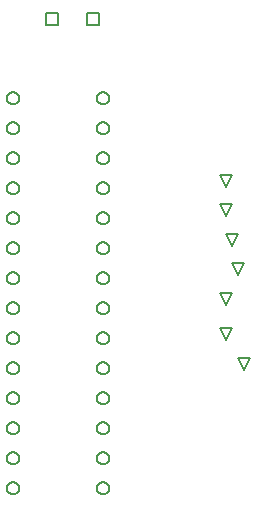
<source format=gbr>
%FSTAX23Y23*%
%MOIN*%
%SFA1B1*%

%IPPOS*%
%ADD38C,0.005000*%
%ADD39C,0.006667*%
%LNpcb2_drawing_1-1*%
%LPD*%
G54D38*
X03926Y03354D02*
Y03394D01*
X03966*
Y03354*
X03926*
X03789D02*
Y03394D01*
X03829*
Y03354*
X03789*
X04389Y02814D02*
X04369Y02854D01*
X04409*
X04389Y02814*
Y02716D02*
X04369Y02756D01*
X04409*
X04389Y02716*
X04409Y02617D02*
X04389Y02657D01*
X04429*
X04409Y02617*
X04429Y02519D02*
X04409Y02559D01*
X04449*
X04429Y02519*
X04389Y0242D02*
X04369Y0246D01*
X04409*
X04389Y0242*
Y02302D02*
X04369Y02342D01*
X04409*
X04389Y02302*
X04448Y02204D02*
X04428Y02244D01*
X04468*
X04448Y02204*
G54D39*
X04Y0181D02*
D01*
X03999Y01811*
X03999Y01812*
X03999Y01814*
X03999Y01815*
X03998Y01816*
X03998Y01818*
X03997Y01819*
X03996Y0182*
X03996Y01821*
X03995Y01822*
X03994Y01823*
X03993Y01824*
X03992Y01825*
X03991Y01826*
X0399Y01827*
X03988Y01827*
X03987Y01828*
X03986Y01829*
X03984Y01829*
X03983Y01829*
X03982Y01829*
X0398Y01829*
X03979*
X03977Y01829*
X03976Y01829*
X03975Y01829*
X03973Y01829*
X03972Y01828*
X03971Y01827*
X0397Y01827*
X03968Y01826*
X03967Y01825*
X03966Y01824*
X03965Y01823*
X03964Y01822*
X03963Y01821*
X03963Y0182*
X03962Y01819*
X03961Y01818*
X03961Y01816*
X0396Y01815*
X0396Y01814*
X0396Y01812*
X0396Y01811*
X0396Y0181*
X0396Y01808*
X0396Y01807*
X0396Y01805*
X0396Y01804*
X03961Y01803*
X03961Y01801*
X03962Y018*
X03963Y01799*
X03963Y01798*
X03964Y01797*
X03965Y01796*
X03966Y01795*
X03967Y01794*
X03968Y01793*
X0397Y01792*
X03971Y01792*
X03972Y01791*
X03973Y0179*
X03975Y0179*
X03976Y0179*
X03977Y0179*
X03979Y0179*
X0398*
X03982Y0179*
X03983Y0179*
X03984Y0179*
X03986Y0179*
X03987Y01791*
X03988Y01792*
X0399Y01792*
X03991Y01793*
X03992Y01794*
X03993Y01795*
X03994Y01796*
X03995Y01797*
X03996Y01798*
X03996Y01799*
X03997Y018*
X03998Y01801*
X03998Y01803*
X03999Y01804*
X03999Y01805*
X03999Y01807*
X03999Y01808*
X04Y0181*
Y0191D02*
D01*
X03999Y01911*
X03999Y01912*
X03999Y01914*
X03999Y01915*
X03998Y01916*
X03998Y01918*
X03997Y01919*
X03996Y0192*
X03996Y01921*
X03995Y01922*
X03994Y01923*
X03993Y01924*
X03992Y01925*
X03991Y01926*
X0399Y01927*
X03988Y01927*
X03987Y01928*
X03986Y01929*
X03984Y01929*
X03983Y01929*
X03982Y01929*
X0398Y01929*
X03979*
X03977Y01929*
X03976Y01929*
X03975Y01929*
X03973Y01929*
X03972Y01928*
X03971Y01927*
X0397Y01927*
X03968Y01926*
X03967Y01925*
X03966Y01924*
X03965Y01923*
X03964Y01922*
X03963Y01921*
X03963Y0192*
X03962Y01919*
X03961Y01918*
X03961Y01916*
X0396Y01915*
X0396Y01914*
X0396Y01912*
X0396Y01911*
X0396Y0191*
X0396Y01908*
X0396Y01907*
X0396Y01905*
X0396Y01904*
X03961Y01903*
X03961Y01901*
X03962Y019*
X03963Y01899*
X03963Y01898*
X03964Y01897*
X03965Y01896*
X03966Y01895*
X03967Y01894*
X03968Y01893*
X0397Y01892*
X03971Y01892*
X03972Y01891*
X03973Y0189*
X03975Y0189*
X03976Y0189*
X03977Y0189*
X03979Y0189*
X0398*
X03982Y0189*
X03983Y0189*
X03984Y0189*
X03986Y0189*
X03987Y01891*
X03988Y01892*
X0399Y01892*
X03991Y01893*
X03992Y01894*
X03993Y01895*
X03994Y01896*
X03995Y01897*
X03996Y01898*
X03996Y01899*
X03997Y019*
X03998Y01901*
X03998Y01903*
X03999Y01904*
X03999Y01905*
X03999Y01907*
X03999Y01908*
X04Y0191*
Y0201D02*
D01*
X03999Y02011*
X03999Y02012*
X03999Y02014*
X03999Y02015*
X03998Y02016*
X03998Y02018*
X03997Y02019*
X03996Y0202*
X03996Y02021*
X03995Y02022*
X03994Y02023*
X03993Y02024*
X03992Y02025*
X03991Y02026*
X0399Y02027*
X03988Y02027*
X03987Y02028*
X03986Y02029*
X03984Y02029*
X03983Y02029*
X03982Y02029*
X0398Y02029*
X03979*
X03977Y02029*
X03976Y02029*
X03975Y02029*
X03973Y02029*
X03972Y02028*
X03971Y02027*
X0397Y02027*
X03968Y02026*
X03967Y02025*
X03966Y02024*
X03965Y02023*
X03964Y02022*
X03963Y02021*
X03963Y0202*
X03962Y02019*
X03961Y02018*
X03961Y02016*
X0396Y02015*
X0396Y02014*
X0396Y02012*
X0396Y02011*
X0396Y0201*
X0396Y02008*
X0396Y02007*
X0396Y02005*
X0396Y02004*
X03961Y02003*
X03961Y02001*
X03962Y02*
X03963Y01999*
X03963Y01998*
X03964Y01997*
X03965Y01996*
X03966Y01995*
X03967Y01994*
X03968Y01993*
X0397Y01992*
X03971Y01992*
X03972Y01991*
X03973Y0199*
X03975Y0199*
X03976Y0199*
X03977Y0199*
X03979Y0199*
X0398*
X03982Y0199*
X03983Y0199*
X03984Y0199*
X03986Y0199*
X03987Y01991*
X03988Y01992*
X0399Y01992*
X03991Y01993*
X03992Y01994*
X03993Y01995*
X03994Y01996*
X03995Y01997*
X03996Y01998*
X03996Y01999*
X03997Y02*
X03998Y02001*
X03998Y02003*
X03999Y02004*
X03999Y02005*
X03999Y02007*
X03999Y02008*
X04Y0201*
Y0211D02*
D01*
X03999Y02111*
X03999Y02112*
X03999Y02114*
X03999Y02115*
X03998Y02116*
X03998Y02118*
X03997Y02119*
X03996Y0212*
X03996Y02121*
X03995Y02122*
X03994Y02123*
X03993Y02124*
X03992Y02125*
X03991Y02126*
X0399Y02127*
X03988Y02127*
X03987Y02128*
X03986Y02129*
X03984Y02129*
X03983Y02129*
X03982Y02129*
X0398Y02129*
X03979*
X03977Y02129*
X03976Y02129*
X03975Y02129*
X03973Y02129*
X03972Y02128*
X03971Y02127*
X0397Y02127*
X03968Y02126*
X03967Y02125*
X03966Y02124*
X03965Y02123*
X03964Y02122*
X03963Y02121*
X03963Y0212*
X03962Y02119*
X03961Y02118*
X03961Y02116*
X0396Y02115*
X0396Y02114*
X0396Y02112*
X0396Y02111*
X0396Y0211*
X0396Y02108*
X0396Y02107*
X0396Y02105*
X0396Y02104*
X03961Y02103*
X03961Y02101*
X03962Y021*
X03963Y02099*
X03963Y02098*
X03964Y02097*
X03965Y02096*
X03966Y02095*
X03967Y02094*
X03968Y02093*
X0397Y02092*
X03971Y02092*
X03972Y02091*
X03973Y0209*
X03975Y0209*
X03976Y0209*
X03977Y0209*
X03979Y0209*
X0398*
X03982Y0209*
X03983Y0209*
X03984Y0209*
X03986Y0209*
X03987Y02091*
X03988Y02092*
X0399Y02092*
X03991Y02093*
X03992Y02094*
X03993Y02095*
X03994Y02096*
X03995Y02097*
X03996Y02098*
X03996Y02099*
X03997Y021*
X03998Y02101*
X03998Y02103*
X03999Y02104*
X03999Y02105*
X03999Y02107*
X03999Y02108*
X04Y0211*
Y0221D02*
D01*
X03999Y02211*
X03999Y02212*
X03999Y02214*
X03999Y02215*
X03998Y02216*
X03998Y02218*
X03997Y02219*
X03996Y0222*
X03996Y02221*
X03995Y02222*
X03994Y02223*
X03993Y02224*
X03992Y02225*
X03991Y02226*
X0399Y02227*
X03988Y02227*
X03987Y02228*
X03986Y02229*
X03984Y02229*
X03983Y02229*
X03982Y02229*
X0398Y02229*
X03979*
X03977Y02229*
X03976Y02229*
X03975Y02229*
X03973Y02229*
X03972Y02228*
X03971Y02227*
X0397Y02227*
X03968Y02226*
X03967Y02225*
X03966Y02224*
X03965Y02223*
X03964Y02222*
X03963Y02221*
X03963Y0222*
X03962Y02219*
X03961Y02218*
X03961Y02216*
X0396Y02215*
X0396Y02214*
X0396Y02212*
X0396Y02211*
X0396Y0221*
X0396Y02208*
X0396Y02207*
X0396Y02205*
X0396Y02204*
X03961Y02203*
X03961Y02201*
X03962Y022*
X03963Y02199*
X03963Y02198*
X03964Y02197*
X03965Y02196*
X03966Y02195*
X03967Y02194*
X03968Y02193*
X0397Y02192*
X03971Y02192*
X03972Y02191*
X03973Y0219*
X03975Y0219*
X03976Y0219*
X03977Y0219*
X03979Y0219*
X0398*
X03982Y0219*
X03983Y0219*
X03984Y0219*
X03986Y0219*
X03987Y02191*
X03988Y02192*
X0399Y02192*
X03991Y02193*
X03992Y02194*
X03993Y02195*
X03994Y02196*
X03995Y02197*
X03996Y02198*
X03996Y02199*
X03997Y022*
X03998Y02201*
X03998Y02203*
X03999Y02204*
X03999Y02205*
X03999Y02207*
X03999Y02208*
X04Y0221*
Y0231D02*
D01*
X03999Y02311*
X03999Y02312*
X03999Y02314*
X03999Y02315*
X03998Y02316*
X03998Y02318*
X03997Y02319*
X03996Y0232*
X03996Y02321*
X03995Y02322*
X03994Y02323*
X03993Y02324*
X03992Y02325*
X03991Y02326*
X0399Y02327*
X03988Y02327*
X03987Y02328*
X03986Y02329*
X03984Y02329*
X03983Y02329*
X03982Y02329*
X0398Y02329*
X03979*
X03977Y02329*
X03976Y02329*
X03975Y02329*
X03973Y02329*
X03972Y02328*
X03971Y02327*
X0397Y02327*
X03968Y02326*
X03967Y02325*
X03966Y02324*
X03965Y02323*
X03964Y02322*
X03963Y02321*
X03963Y0232*
X03962Y02319*
X03961Y02318*
X03961Y02316*
X0396Y02315*
X0396Y02314*
X0396Y02312*
X0396Y02311*
X0396Y0231*
X0396Y02308*
X0396Y02307*
X0396Y02305*
X0396Y02304*
X03961Y02303*
X03961Y02301*
X03962Y023*
X03963Y02299*
X03963Y02298*
X03964Y02297*
X03965Y02296*
X03966Y02295*
X03967Y02294*
X03968Y02293*
X0397Y02292*
X03971Y02292*
X03972Y02291*
X03973Y0229*
X03975Y0229*
X03976Y0229*
X03977Y0229*
X03979Y0229*
X0398*
X03982Y0229*
X03983Y0229*
X03984Y0229*
X03986Y0229*
X03987Y02291*
X03988Y02292*
X0399Y02292*
X03991Y02293*
X03992Y02294*
X03993Y02295*
X03994Y02296*
X03995Y02297*
X03996Y02298*
X03996Y02299*
X03997Y023*
X03998Y02301*
X03998Y02303*
X03999Y02304*
X03999Y02305*
X03999Y02307*
X03999Y02308*
X04Y0231*
Y0241D02*
D01*
X03999Y02411*
X03999Y02412*
X03999Y02414*
X03999Y02415*
X03998Y02416*
X03998Y02418*
X03997Y02419*
X03996Y0242*
X03996Y02421*
X03995Y02422*
X03994Y02423*
X03993Y02424*
X03992Y02425*
X03991Y02426*
X0399Y02427*
X03988Y02427*
X03987Y02428*
X03986Y02429*
X03984Y02429*
X03983Y02429*
X03982Y02429*
X0398Y02429*
X03979*
X03977Y02429*
X03976Y02429*
X03975Y02429*
X03973Y02429*
X03972Y02428*
X03971Y02427*
X0397Y02427*
X03968Y02426*
X03967Y02425*
X03966Y02424*
X03965Y02423*
X03964Y02422*
X03963Y02421*
X03963Y0242*
X03962Y02419*
X03961Y02418*
X03961Y02416*
X0396Y02415*
X0396Y02414*
X0396Y02412*
X0396Y02411*
X0396Y0241*
X0396Y02408*
X0396Y02407*
X0396Y02405*
X0396Y02404*
X03961Y02403*
X03961Y02401*
X03962Y024*
X03963Y02399*
X03963Y02398*
X03964Y02397*
X03965Y02396*
X03966Y02395*
X03967Y02394*
X03968Y02393*
X0397Y02392*
X03971Y02392*
X03972Y02391*
X03973Y0239*
X03975Y0239*
X03976Y0239*
X03977Y0239*
X03979Y0239*
X0398*
X03982Y0239*
X03983Y0239*
X03984Y0239*
X03986Y0239*
X03987Y02391*
X03988Y02392*
X0399Y02392*
X03991Y02393*
X03992Y02394*
X03993Y02395*
X03994Y02396*
X03995Y02397*
X03996Y02398*
X03996Y02399*
X03997Y024*
X03998Y02401*
X03998Y02403*
X03999Y02404*
X03999Y02405*
X03999Y02407*
X03999Y02408*
X04Y0241*
Y0251D02*
D01*
X03999Y02511*
X03999Y02512*
X03999Y02514*
X03999Y02515*
X03998Y02516*
X03998Y02518*
X03997Y02519*
X03996Y0252*
X03996Y02521*
X03995Y02522*
X03994Y02523*
X03993Y02524*
X03992Y02525*
X03991Y02526*
X0399Y02527*
X03988Y02527*
X03987Y02528*
X03986Y02529*
X03984Y02529*
X03983Y02529*
X03982Y02529*
X0398Y02529*
X03979*
X03977Y02529*
X03976Y02529*
X03975Y02529*
X03973Y02529*
X03972Y02528*
X03971Y02527*
X0397Y02527*
X03968Y02526*
X03967Y02525*
X03966Y02524*
X03965Y02523*
X03964Y02522*
X03963Y02521*
X03963Y0252*
X03962Y02519*
X03961Y02518*
X03961Y02516*
X0396Y02515*
X0396Y02514*
X0396Y02512*
X0396Y02511*
X0396Y0251*
X0396Y02508*
X0396Y02507*
X0396Y02505*
X0396Y02504*
X03961Y02503*
X03961Y02501*
X03962Y025*
X03963Y02499*
X03963Y02498*
X03964Y02497*
X03965Y02496*
X03966Y02495*
X03967Y02494*
X03968Y02493*
X0397Y02492*
X03971Y02492*
X03972Y02491*
X03973Y0249*
X03975Y0249*
X03976Y0249*
X03977Y0249*
X03979Y0249*
X0398*
X03982Y0249*
X03983Y0249*
X03984Y0249*
X03986Y0249*
X03987Y02491*
X03988Y02492*
X0399Y02492*
X03991Y02493*
X03992Y02494*
X03993Y02495*
X03994Y02496*
X03995Y02497*
X03996Y02498*
X03996Y02499*
X03997Y025*
X03998Y02501*
X03998Y02503*
X03999Y02504*
X03999Y02505*
X03999Y02507*
X03999Y02508*
X04Y0251*
Y0261D02*
D01*
X03999Y02611*
X03999Y02612*
X03999Y02614*
X03999Y02615*
X03998Y02616*
X03998Y02618*
X03997Y02619*
X03996Y0262*
X03996Y02621*
X03995Y02622*
X03994Y02623*
X03993Y02624*
X03992Y02625*
X03991Y02626*
X0399Y02627*
X03988Y02627*
X03987Y02628*
X03986Y02629*
X03984Y02629*
X03983Y02629*
X03982Y02629*
X0398Y02629*
X03979*
X03977Y02629*
X03976Y02629*
X03975Y02629*
X03973Y02629*
X03972Y02628*
X03971Y02627*
X0397Y02627*
X03968Y02626*
X03967Y02625*
X03966Y02624*
X03965Y02623*
X03964Y02622*
X03963Y02621*
X03963Y0262*
X03962Y02619*
X03961Y02618*
X03961Y02616*
X0396Y02615*
X0396Y02614*
X0396Y02612*
X0396Y02611*
X0396Y0261*
X0396Y02608*
X0396Y02607*
X0396Y02605*
X0396Y02604*
X03961Y02603*
X03961Y02601*
X03962Y026*
X03963Y02599*
X03963Y02598*
X03964Y02597*
X03965Y02596*
X03966Y02595*
X03967Y02594*
X03968Y02593*
X0397Y02592*
X03971Y02592*
X03972Y02591*
X03973Y0259*
X03975Y0259*
X03976Y0259*
X03977Y0259*
X03979Y0259*
X0398*
X03982Y0259*
X03983Y0259*
X03984Y0259*
X03986Y0259*
X03987Y02591*
X03988Y02592*
X0399Y02592*
X03991Y02593*
X03992Y02594*
X03993Y02595*
X03994Y02596*
X03995Y02597*
X03996Y02598*
X03996Y02599*
X03997Y026*
X03998Y02601*
X03998Y02603*
X03999Y02604*
X03999Y02605*
X03999Y02607*
X03999Y02608*
X04Y0261*
Y0271D02*
D01*
X03999Y02711*
X03999Y02712*
X03999Y02714*
X03999Y02715*
X03998Y02716*
X03998Y02718*
X03997Y02719*
X03996Y0272*
X03996Y02721*
X03995Y02722*
X03994Y02723*
X03993Y02724*
X03992Y02725*
X03991Y02726*
X0399Y02727*
X03988Y02727*
X03987Y02728*
X03986Y02729*
X03984Y02729*
X03983Y02729*
X03982Y02729*
X0398Y02729*
X03979*
X03977Y02729*
X03976Y02729*
X03975Y02729*
X03973Y02729*
X03972Y02728*
X03971Y02727*
X0397Y02727*
X03968Y02726*
X03967Y02725*
X03966Y02724*
X03965Y02723*
X03964Y02722*
X03963Y02721*
X03963Y0272*
X03962Y02719*
X03961Y02718*
X03961Y02716*
X0396Y02715*
X0396Y02714*
X0396Y02712*
X0396Y02711*
X0396Y0271*
X0396Y02708*
X0396Y02707*
X0396Y02705*
X0396Y02704*
X03961Y02703*
X03961Y02701*
X03962Y027*
X03963Y02699*
X03963Y02698*
X03964Y02697*
X03965Y02696*
X03966Y02695*
X03967Y02694*
X03968Y02693*
X0397Y02692*
X03971Y02692*
X03972Y02691*
X03973Y0269*
X03975Y0269*
X03976Y0269*
X03977Y0269*
X03979Y0269*
X0398*
X03982Y0269*
X03983Y0269*
X03984Y0269*
X03986Y0269*
X03987Y02691*
X03988Y02692*
X0399Y02692*
X03991Y02693*
X03992Y02694*
X03993Y02695*
X03994Y02696*
X03995Y02697*
X03996Y02698*
X03996Y02699*
X03997Y027*
X03998Y02701*
X03998Y02703*
X03999Y02704*
X03999Y02705*
X03999Y02707*
X03999Y02708*
X04Y0271*
Y0281D02*
D01*
X03999Y02811*
X03999Y02812*
X03999Y02814*
X03999Y02815*
X03998Y02816*
X03998Y02818*
X03997Y02819*
X03996Y0282*
X03996Y02821*
X03995Y02822*
X03994Y02823*
X03993Y02824*
X03992Y02825*
X03991Y02826*
X0399Y02827*
X03988Y02827*
X03987Y02828*
X03986Y02829*
X03984Y02829*
X03983Y02829*
X03982Y02829*
X0398Y02829*
X03979*
X03977Y02829*
X03976Y02829*
X03975Y02829*
X03973Y02829*
X03972Y02828*
X03971Y02827*
X0397Y02827*
X03968Y02826*
X03967Y02825*
X03966Y02824*
X03965Y02823*
X03964Y02822*
X03963Y02821*
X03963Y0282*
X03962Y02819*
X03961Y02818*
X03961Y02816*
X0396Y02815*
X0396Y02814*
X0396Y02812*
X0396Y02811*
X0396Y0281*
X0396Y02808*
X0396Y02807*
X0396Y02805*
X0396Y02804*
X03961Y02803*
X03961Y02801*
X03962Y028*
X03963Y02799*
X03963Y02798*
X03964Y02797*
X03965Y02796*
X03966Y02795*
X03967Y02794*
X03968Y02793*
X0397Y02792*
X03971Y02792*
X03972Y02791*
X03973Y0279*
X03975Y0279*
X03976Y0279*
X03977Y0279*
X03979Y0279*
X0398*
X03982Y0279*
X03983Y0279*
X03984Y0279*
X03986Y0279*
X03987Y02791*
X03988Y02792*
X0399Y02792*
X03991Y02793*
X03992Y02794*
X03993Y02795*
X03994Y02796*
X03995Y02797*
X03996Y02798*
X03996Y02799*
X03997Y028*
X03998Y02801*
X03998Y02803*
X03999Y02804*
X03999Y02805*
X03999Y02807*
X03999Y02808*
X04Y0281*
Y0291D02*
D01*
X03999Y02911*
X03999Y02912*
X03999Y02914*
X03999Y02915*
X03998Y02916*
X03998Y02918*
X03997Y02919*
X03996Y0292*
X03996Y02921*
X03995Y02922*
X03994Y02923*
X03993Y02924*
X03992Y02925*
X03991Y02926*
X0399Y02927*
X03988Y02927*
X03987Y02928*
X03986Y02929*
X03984Y02929*
X03983Y02929*
X03982Y02929*
X0398Y02929*
X03979*
X03977Y02929*
X03976Y02929*
X03975Y02929*
X03973Y02929*
X03972Y02928*
X03971Y02927*
X0397Y02927*
X03968Y02926*
X03967Y02925*
X03966Y02924*
X03965Y02923*
X03964Y02922*
X03963Y02921*
X03963Y0292*
X03962Y02919*
X03961Y02918*
X03961Y02916*
X0396Y02915*
X0396Y02914*
X0396Y02912*
X0396Y02911*
X0396Y0291*
X0396Y02908*
X0396Y02907*
X0396Y02905*
X0396Y02904*
X03961Y02903*
X03961Y02901*
X03962Y029*
X03963Y02899*
X03963Y02898*
X03964Y02897*
X03965Y02896*
X03966Y02895*
X03967Y02894*
X03968Y02893*
X0397Y02892*
X03971Y02892*
X03972Y02891*
X03973Y0289*
X03975Y0289*
X03976Y0289*
X03977Y0289*
X03979Y0289*
X0398*
X03982Y0289*
X03983Y0289*
X03984Y0289*
X03986Y0289*
X03987Y02891*
X03988Y02892*
X0399Y02892*
X03991Y02893*
X03992Y02894*
X03993Y02895*
X03994Y02896*
X03995Y02897*
X03996Y02898*
X03996Y02899*
X03997Y029*
X03998Y02901*
X03998Y02903*
X03999Y02904*
X03999Y02905*
X03999Y02907*
X03999Y02908*
X04Y0291*
Y0301D02*
D01*
X03999Y03011*
X03999Y03012*
X03999Y03014*
X03999Y03015*
X03998Y03016*
X03998Y03018*
X03997Y03019*
X03996Y0302*
X03996Y03021*
X03995Y03022*
X03994Y03023*
X03993Y03024*
X03992Y03025*
X03991Y03026*
X0399Y03027*
X03988Y03027*
X03987Y03028*
X03986Y03029*
X03984Y03029*
X03983Y03029*
X03982Y03029*
X0398Y03029*
X03979*
X03977Y03029*
X03976Y03029*
X03975Y03029*
X03973Y03029*
X03972Y03028*
X03971Y03027*
X0397Y03027*
X03968Y03026*
X03967Y03025*
X03966Y03024*
X03965Y03023*
X03964Y03022*
X03963Y03021*
X03963Y0302*
X03962Y03019*
X03961Y03018*
X03961Y03016*
X0396Y03015*
X0396Y03014*
X0396Y03012*
X0396Y03011*
X0396Y0301*
X0396Y03008*
X0396Y03007*
X0396Y03005*
X0396Y03004*
X03961Y03003*
X03961Y03001*
X03962Y03*
X03963Y02999*
X03963Y02998*
X03964Y02997*
X03965Y02996*
X03966Y02995*
X03967Y02994*
X03968Y02993*
X0397Y02992*
X03971Y02992*
X03972Y02991*
X03973Y0299*
X03975Y0299*
X03976Y0299*
X03977Y0299*
X03979Y0299*
X0398*
X03982Y0299*
X03983Y0299*
X03984Y0299*
X03986Y0299*
X03987Y02991*
X03988Y02992*
X0399Y02992*
X03991Y02993*
X03992Y02994*
X03993Y02995*
X03994Y02996*
X03995Y02997*
X03996Y02998*
X03996Y02999*
X03997Y03*
X03998Y03001*
X03998Y03003*
X03999Y03004*
X03999Y03005*
X03999Y03007*
X03999Y03008*
X04Y0301*
Y0311D02*
D01*
X03999Y03111*
X03999Y03112*
X03999Y03114*
X03999Y03115*
X03998Y03116*
X03998Y03118*
X03997Y03119*
X03996Y0312*
X03996Y03121*
X03995Y03122*
X03994Y03123*
X03993Y03124*
X03992Y03125*
X03991Y03126*
X0399Y03127*
X03988Y03127*
X03987Y03128*
X03986Y03129*
X03984Y03129*
X03983Y03129*
X03982Y03129*
X0398Y03129*
X03979*
X03977Y03129*
X03976Y03129*
X03975Y03129*
X03973Y03129*
X03972Y03128*
X03971Y03127*
X0397Y03127*
X03968Y03126*
X03967Y03125*
X03966Y03124*
X03965Y03123*
X03964Y03122*
X03963Y03121*
X03963Y0312*
X03962Y03119*
X03961Y03118*
X03961Y03116*
X0396Y03115*
X0396Y03114*
X0396Y03112*
X0396Y03111*
X0396Y0311*
X0396Y03108*
X0396Y03107*
X0396Y03105*
X0396Y03104*
X03961Y03103*
X03961Y03101*
X03962Y031*
X03963Y03099*
X03963Y03098*
X03964Y03097*
X03965Y03096*
X03966Y03095*
X03967Y03094*
X03968Y03093*
X0397Y03092*
X03971Y03092*
X03972Y03091*
X03973Y0309*
X03975Y0309*
X03976Y0309*
X03977Y0309*
X03979Y0309*
X0398*
X03982Y0309*
X03983Y0309*
X03984Y0309*
X03986Y0309*
X03987Y03091*
X03988Y03092*
X0399Y03092*
X03991Y03093*
X03992Y03094*
X03993Y03095*
X03994Y03096*
X03995Y03097*
X03996Y03098*
X03996Y03099*
X03997Y031*
X03998Y03101*
X03998Y03103*
X03999Y03104*
X03999Y03105*
X03999Y03107*
X03999Y03108*
X04Y0311*
X037Y0181D02*
D01*
X03699Y01811*
X03699Y01812*
X03699Y01814*
X03699Y01815*
X03698Y01816*
X03698Y01818*
X03697Y01819*
X03696Y0182*
X03696Y01821*
X03695Y01822*
X03694Y01823*
X03693Y01824*
X03692Y01825*
X03691Y01826*
X0369Y01827*
X03688Y01827*
X03687Y01828*
X03686Y01829*
X03684Y01829*
X03683Y01829*
X03682Y01829*
X0368Y01829*
X03679*
X03677Y01829*
X03676Y01829*
X03675Y01829*
X03673Y01829*
X03672Y01828*
X03671Y01827*
X0367Y01827*
X03668Y01826*
X03667Y01825*
X03666Y01824*
X03665Y01823*
X03664Y01822*
X03663Y01821*
X03663Y0182*
X03662Y01819*
X03661Y01818*
X03661Y01816*
X0366Y01815*
X0366Y01814*
X0366Y01812*
X0366Y01811*
X0366Y0181*
X0366Y01808*
X0366Y01807*
X0366Y01805*
X0366Y01804*
X03661Y01803*
X03661Y01801*
X03662Y018*
X03663Y01799*
X03663Y01798*
X03664Y01797*
X03665Y01796*
X03666Y01795*
X03667Y01794*
X03668Y01793*
X0367Y01792*
X03671Y01792*
X03672Y01791*
X03673Y0179*
X03675Y0179*
X03676Y0179*
X03677Y0179*
X03679Y0179*
X0368*
X03682Y0179*
X03683Y0179*
X03684Y0179*
X03686Y0179*
X03687Y01791*
X03688Y01792*
X0369Y01792*
X03691Y01793*
X03692Y01794*
X03693Y01795*
X03694Y01796*
X03695Y01797*
X03696Y01798*
X03696Y01799*
X03697Y018*
X03698Y01801*
X03698Y01803*
X03699Y01804*
X03699Y01805*
X03699Y01807*
X03699Y01808*
X037Y0181*
Y0191D02*
D01*
X03699Y01911*
X03699Y01912*
X03699Y01914*
X03699Y01915*
X03698Y01916*
X03698Y01918*
X03697Y01919*
X03696Y0192*
X03696Y01921*
X03695Y01922*
X03694Y01923*
X03693Y01924*
X03692Y01925*
X03691Y01926*
X0369Y01927*
X03688Y01927*
X03687Y01928*
X03686Y01929*
X03684Y01929*
X03683Y01929*
X03682Y01929*
X0368Y01929*
X03679*
X03677Y01929*
X03676Y01929*
X03675Y01929*
X03673Y01929*
X03672Y01928*
X03671Y01927*
X0367Y01927*
X03668Y01926*
X03667Y01925*
X03666Y01924*
X03665Y01923*
X03664Y01922*
X03663Y01921*
X03663Y0192*
X03662Y01919*
X03661Y01918*
X03661Y01916*
X0366Y01915*
X0366Y01914*
X0366Y01912*
X0366Y01911*
X0366Y0191*
X0366Y01908*
X0366Y01907*
X0366Y01905*
X0366Y01904*
X03661Y01903*
X03661Y01901*
X03662Y019*
X03663Y01899*
X03663Y01898*
X03664Y01897*
X03665Y01896*
X03666Y01895*
X03667Y01894*
X03668Y01893*
X0367Y01892*
X03671Y01892*
X03672Y01891*
X03673Y0189*
X03675Y0189*
X03676Y0189*
X03677Y0189*
X03679Y0189*
X0368*
X03682Y0189*
X03683Y0189*
X03684Y0189*
X03686Y0189*
X03687Y01891*
X03688Y01892*
X0369Y01892*
X03691Y01893*
X03692Y01894*
X03693Y01895*
X03694Y01896*
X03695Y01897*
X03696Y01898*
X03696Y01899*
X03697Y019*
X03698Y01901*
X03698Y01903*
X03699Y01904*
X03699Y01905*
X03699Y01907*
X03699Y01908*
X037Y0191*
Y0201D02*
D01*
X03699Y02011*
X03699Y02012*
X03699Y02014*
X03699Y02015*
X03698Y02016*
X03698Y02018*
X03697Y02019*
X03696Y0202*
X03696Y02021*
X03695Y02022*
X03694Y02023*
X03693Y02024*
X03692Y02025*
X03691Y02026*
X0369Y02027*
X03688Y02027*
X03687Y02028*
X03686Y02029*
X03684Y02029*
X03683Y02029*
X03682Y02029*
X0368Y02029*
X03679*
X03677Y02029*
X03676Y02029*
X03675Y02029*
X03673Y02029*
X03672Y02028*
X03671Y02027*
X0367Y02027*
X03668Y02026*
X03667Y02025*
X03666Y02024*
X03665Y02023*
X03664Y02022*
X03663Y02021*
X03663Y0202*
X03662Y02019*
X03661Y02018*
X03661Y02016*
X0366Y02015*
X0366Y02014*
X0366Y02012*
X0366Y02011*
X0366Y0201*
X0366Y02008*
X0366Y02007*
X0366Y02005*
X0366Y02004*
X03661Y02003*
X03661Y02001*
X03662Y02*
X03663Y01999*
X03663Y01998*
X03664Y01997*
X03665Y01996*
X03666Y01995*
X03667Y01994*
X03668Y01993*
X0367Y01992*
X03671Y01992*
X03672Y01991*
X03673Y0199*
X03675Y0199*
X03676Y0199*
X03677Y0199*
X03679Y0199*
X0368*
X03682Y0199*
X03683Y0199*
X03684Y0199*
X03686Y0199*
X03687Y01991*
X03688Y01992*
X0369Y01992*
X03691Y01993*
X03692Y01994*
X03693Y01995*
X03694Y01996*
X03695Y01997*
X03696Y01998*
X03696Y01999*
X03697Y02*
X03698Y02001*
X03698Y02003*
X03699Y02004*
X03699Y02005*
X03699Y02007*
X03699Y02008*
X037Y0201*
Y0211D02*
D01*
X03699Y02111*
X03699Y02112*
X03699Y02114*
X03699Y02115*
X03698Y02116*
X03698Y02118*
X03697Y02119*
X03696Y0212*
X03696Y02121*
X03695Y02122*
X03694Y02123*
X03693Y02124*
X03692Y02125*
X03691Y02126*
X0369Y02127*
X03688Y02127*
X03687Y02128*
X03686Y02129*
X03684Y02129*
X03683Y02129*
X03682Y02129*
X0368Y02129*
X03679*
X03677Y02129*
X03676Y02129*
X03675Y02129*
X03673Y02129*
X03672Y02128*
X03671Y02127*
X0367Y02127*
X03668Y02126*
X03667Y02125*
X03666Y02124*
X03665Y02123*
X03664Y02122*
X03663Y02121*
X03663Y0212*
X03662Y02119*
X03661Y02118*
X03661Y02116*
X0366Y02115*
X0366Y02114*
X0366Y02112*
X0366Y02111*
X0366Y0211*
X0366Y02108*
X0366Y02107*
X0366Y02105*
X0366Y02104*
X03661Y02103*
X03661Y02101*
X03662Y021*
X03663Y02099*
X03663Y02098*
X03664Y02097*
X03665Y02096*
X03666Y02095*
X03667Y02094*
X03668Y02093*
X0367Y02092*
X03671Y02092*
X03672Y02091*
X03673Y0209*
X03675Y0209*
X03676Y0209*
X03677Y0209*
X03679Y0209*
X0368*
X03682Y0209*
X03683Y0209*
X03684Y0209*
X03686Y0209*
X03687Y02091*
X03688Y02092*
X0369Y02092*
X03691Y02093*
X03692Y02094*
X03693Y02095*
X03694Y02096*
X03695Y02097*
X03696Y02098*
X03696Y02099*
X03697Y021*
X03698Y02101*
X03698Y02103*
X03699Y02104*
X03699Y02105*
X03699Y02107*
X03699Y02108*
X037Y0211*
Y0221D02*
D01*
X03699Y02211*
X03699Y02212*
X03699Y02214*
X03699Y02215*
X03698Y02216*
X03698Y02218*
X03697Y02219*
X03696Y0222*
X03696Y02221*
X03695Y02222*
X03694Y02223*
X03693Y02224*
X03692Y02225*
X03691Y02226*
X0369Y02227*
X03688Y02227*
X03687Y02228*
X03686Y02229*
X03684Y02229*
X03683Y02229*
X03682Y02229*
X0368Y02229*
X03679*
X03677Y02229*
X03676Y02229*
X03675Y02229*
X03673Y02229*
X03672Y02228*
X03671Y02227*
X0367Y02227*
X03668Y02226*
X03667Y02225*
X03666Y02224*
X03665Y02223*
X03664Y02222*
X03663Y02221*
X03663Y0222*
X03662Y02219*
X03661Y02218*
X03661Y02216*
X0366Y02215*
X0366Y02214*
X0366Y02212*
X0366Y02211*
X0366Y0221*
X0366Y02208*
X0366Y02207*
X0366Y02205*
X0366Y02204*
X03661Y02203*
X03661Y02201*
X03662Y022*
X03663Y02199*
X03663Y02198*
X03664Y02197*
X03665Y02196*
X03666Y02195*
X03667Y02194*
X03668Y02193*
X0367Y02192*
X03671Y02192*
X03672Y02191*
X03673Y0219*
X03675Y0219*
X03676Y0219*
X03677Y0219*
X03679Y0219*
X0368*
X03682Y0219*
X03683Y0219*
X03684Y0219*
X03686Y0219*
X03687Y02191*
X03688Y02192*
X0369Y02192*
X03691Y02193*
X03692Y02194*
X03693Y02195*
X03694Y02196*
X03695Y02197*
X03696Y02198*
X03696Y02199*
X03697Y022*
X03698Y02201*
X03698Y02203*
X03699Y02204*
X03699Y02205*
X03699Y02207*
X03699Y02208*
X037Y0221*
Y0231D02*
D01*
X03699Y02311*
X03699Y02312*
X03699Y02314*
X03699Y02315*
X03698Y02316*
X03698Y02318*
X03697Y02319*
X03696Y0232*
X03696Y02321*
X03695Y02322*
X03694Y02323*
X03693Y02324*
X03692Y02325*
X03691Y02326*
X0369Y02327*
X03688Y02327*
X03687Y02328*
X03686Y02329*
X03684Y02329*
X03683Y02329*
X03682Y02329*
X0368Y02329*
X03679*
X03677Y02329*
X03676Y02329*
X03675Y02329*
X03673Y02329*
X03672Y02328*
X03671Y02327*
X0367Y02327*
X03668Y02326*
X03667Y02325*
X03666Y02324*
X03665Y02323*
X03664Y02322*
X03663Y02321*
X03663Y0232*
X03662Y02319*
X03661Y02318*
X03661Y02316*
X0366Y02315*
X0366Y02314*
X0366Y02312*
X0366Y02311*
X0366Y0231*
X0366Y02308*
X0366Y02307*
X0366Y02305*
X0366Y02304*
X03661Y02303*
X03661Y02301*
X03662Y023*
X03663Y02299*
X03663Y02298*
X03664Y02297*
X03665Y02296*
X03666Y02295*
X03667Y02294*
X03668Y02293*
X0367Y02292*
X03671Y02292*
X03672Y02291*
X03673Y0229*
X03675Y0229*
X03676Y0229*
X03677Y0229*
X03679Y0229*
X0368*
X03682Y0229*
X03683Y0229*
X03684Y0229*
X03686Y0229*
X03687Y02291*
X03688Y02292*
X0369Y02292*
X03691Y02293*
X03692Y02294*
X03693Y02295*
X03694Y02296*
X03695Y02297*
X03696Y02298*
X03696Y02299*
X03697Y023*
X03698Y02301*
X03698Y02303*
X03699Y02304*
X03699Y02305*
X03699Y02307*
X03699Y02308*
X037Y0231*
Y0241D02*
D01*
X03699Y02411*
X03699Y02412*
X03699Y02414*
X03699Y02415*
X03698Y02416*
X03698Y02418*
X03697Y02419*
X03696Y0242*
X03696Y02421*
X03695Y02422*
X03694Y02423*
X03693Y02424*
X03692Y02425*
X03691Y02426*
X0369Y02427*
X03688Y02427*
X03687Y02428*
X03686Y02429*
X03684Y02429*
X03683Y02429*
X03682Y02429*
X0368Y02429*
X03679*
X03677Y02429*
X03676Y02429*
X03675Y02429*
X03673Y02429*
X03672Y02428*
X03671Y02427*
X0367Y02427*
X03668Y02426*
X03667Y02425*
X03666Y02424*
X03665Y02423*
X03664Y02422*
X03663Y02421*
X03663Y0242*
X03662Y02419*
X03661Y02418*
X03661Y02416*
X0366Y02415*
X0366Y02414*
X0366Y02412*
X0366Y02411*
X0366Y0241*
X0366Y02408*
X0366Y02407*
X0366Y02405*
X0366Y02404*
X03661Y02403*
X03661Y02401*
X03662Y024*
X03663Y02399*
X03663Y02398*
X03664Y02397*
X03665Y02396*
X03666Y02395*
X03667Y02394*
X03668Y02393*
X0367Y02392*
X03671Y02392*
X03672Y02391*
X03673Y0239*
X03675Y0239*
X03676Y0239*
X03677Y0239*
X03679Y0239*
X0368*
X03682Y0239*
X03683Y0239*
X03684Y0239*
X03686Y0239*
X03687Y02391*
X03688Y02392*
X0369Y02392*
X03691Y02393*
X03692Y02394*
X03693Y02395*
X03694Y02396*
X03695Y02397*
X03696Y02398*
X03696Y02399*
X03697Y024*
X03698Y02401*
X03698Y02403*
X03699Y02404*
X03699Y02405*
X03699Y02407*
X03699Y02408*
X037Y0241*
Y0251D02*
D01*
X03699Y02511*
X03699Y02512*
X03699Y02514*
X03699Y02515*
X03698Y02516*
X03698Y02518*
X03697Y02519*
X03696Y0252*
X03696Y02521*
X03695Y02522*
X03694Y02523*
X03693Y02524*
X03692Y02525*
X03691Y02526*
X0369Y02527*
X03688Y02527*
X03687Y02528*
X03686Y02529*
X03684Y02529*
X03683Y02529*
X03682Y02529*
X0368Y02529*
X03679*
X03677Y02529*
X03676Y02529*
X03675Y02529*
X03673Y02529*
X03672Y02528*
X03671Y02527*
X0367Y02527*
X03668Y02526*
X03667Y02525*
X03666Y02524*
X03665Y02523*
X03664Y02522*
X03663Y02521*
X03663Y0252*
X03662Y02519*
X03661Y02518*
X03661Y02516*
X0366Y02515*
X0366Y02514*
X0366Y02512*
X0366Y02511*
X0366Y0251*
X0366Y02508*
X0366Y02507*
X0366Y02505*
X0366Y02504*
X03661Y02503*
X03661Y02501*
X03662Y025*
X03663Y02499*
X03663Y02498*
X03664Y02497*
X03665Y02496*
X03666Y02495*
X03667Y02494*
X03668Y02493*
X0367Y02492*
X03671Y02492*
X03672Y02491*
X03673Y0249*
X03675Y0249*
X03676Y0249*
X03677Y0249*
X03679Y0249*
X0368*
X03682Y0249*
X03683Y0249*
X03684Y0249*
X03686Y0249*
X03687Y02491*
X03688Y02492*
X0369Y02492*
X03691Y02493*
X03692Y02494*
X03693Y02495*
X03694Y02496*
X03695Y02497*
X03696Y02498*
X03696Y02499*
X03697Y025*
X03698Y02501*
X03698Y02503*
X03699Y02504*
X03699Y02505*
X03699Y02507*
X03699Y02508*
X037Y0251*
Y0261D02*
D01*
X03699Y02611*
X03699Y02612*
X03699Y02614*
X03699Y02615*
X03698Y02616*
X03698Y02618*
X03697Y02619*
X03696Y0262*
X03696Y02621*
X03695Y02622*
X03694Y02623*
X03693Y02624*
X03692Y02625*
X03691Y02626*
X0369Y02627*
X03688Y02627*
X03687Y02628*
X03686Y02629*
X03684Y02629*
X03683Y02629*
X03682Y02629*
X0368Y02629*
X03679*
X03677Y02629*
X03676Y02629*
X03675Y02629*
X03673Y02629*
X03672Y02628*
X03671Y02627*
X0367Y02627*
X03668Y02626*
X03667Y02625*
X03666Y02624*
X03665Y02623*
X03664Y02622*
X03663Y02621*
X03663Y0262*
X03662Y02619*
X03661Y02618*
X03661Y02616*
X0366Y02615*
X0366Y02614*
X0366Y02612*
X0366Y02611*
X0366Y0261*
X0366Y02608*
X0366Y02607*
X0366Y02605*
X0366Y02604*
X03661Y02603*
X03661Y02601*
X03662Y026*
X03663Y02599*
X03663Y02598*
X03664Y02597*
X03665Y02596*
X03666Y02595*
X03667Y02594*
X03668Y02593*
X0367Y02592*
X03671Y02592*
X03672Y02591*
X03673Y0259*
X03675Y0259*
X03676Y0259*
X03677Y0259*
X03679Y0259*
X0368*
X03682Y0259*
X03683Y0259*
X03684Y0259*
X03686Y0259*
X03687Y02591*
X03688Y02592*
X0369Y02592*
X03691Y02593*
X03692Y02594*
X03693Y02595*
X03694Y02596*
X03695Y02597*
X03696Y02598*
X03696Y02599*
X03697Y026*
X03698Y02601*
X03698Y02603*
X03699Y02604*
X03699Y02605*
X03699Y02607*
X03699Y02608*
X037Y0261*
Y0271D02*
D01*
X03699Y02711*
X03699Y02712*
X03699Y02714*
X03699Y02715*
X03698Y02716*
X03698Y02718*
X03697Y02719*
X03696Y0272*
X03696Y02721*
X03695Y02722*
X03694Y02723*
X03693Y02724*
X03692Y02725*
X03691Y02726*
X0369Y02727*
X03688Y02727*
X03687Y02728*
X03686Y02729*
X03684Y02729*
X03683Y02729*
X03682Y02729*
X0368Y02729*
X03679*
X03677Y02729*
X03676Y02729*
X03675Y02729*
X03673Y02729*
X03672Y02728*
X03671Y02727*
X0367Y02727*
X03668Y02726*
X03667Y02725*
X03666Y02724*
X03665Y02723*
X03664Y02722*
X03663Y02721*
X03663Y0272*
X03662Y02719*
X03661Y02718*
X03661Y02716*
X0366Y02715*
X0366Y02714*
X0366Y02712*
X0366Y02711*
X0366Y0271*
X0366Y02708*
X0366Y02707*
X0366Y02705*
X0366Y02704*
X03661Y02703*
X03661Y02701*
X03662Y027*
X03663Y02699*
X03663Y02698*
X03664Y02697*
X03665Y02696*
X03666Y02695*
X03667Y02694*
X03668Y02693*
X0367Y02692*
X03671Y02692*
X03672Y02691*
X03673Y0269*
X03675Y0269*
X03676Y0269*
X03677Y0269*
X03679Y0269*
X0368*
X03682Y0269*
X03683Y0269*
X03684Y0269*
X03686Y0269*
X03687Y02691*
X03688Y02692*
X0369Y02692*
X03691Y02693*
X03692Y02694*
X03693Y02695*
X03694Y02696*
X03695Y02697*
X03696Y02698*
X03696Y02699*
X03697Y027*
X03698Y02701*
X03698Y02703*
X03699Y02704*
X03699Y02705*
X03699Y02707*
X03699Y02708*
X037Y0271*
Y0281D02*
D01*
X03699Y02811*
X03699Y02812*
X03699Y02814*
X03699Y02815*
X03698Y02816*
X03698Y02818*
X03697Y02819*
X03696Y0282*
X03696Y02821*
X03695Y02822*
X03694Y02823*
X03693Y02824*
X03692Y02825*
X03691Y02826*
X0369Y02827*
X03688Y02827*
X03687Y02828*
X03686Y02829*
X03684Y02829*
X03683Y02829*
X03682Y02829*
X0368Y02829*
X03679*
X03677Y02829*
X03676Y02829*
X03675Y02829*
X03673Y02829*
X03672Y02828*
X03671Y02827*
X0367Y02827*
X03668Y02826*
X03667Y02825*
X03666Y02824*
X03665Y02823*
X03664Y02822*
X03663Y02821*
X03663Y0282*
X03662Y02819*
X03661Y02818*
X03661Y02816*
X0366Y02815*
X0366Y02814*
X0366Y02812*
X0366Y02811*
X0366Y0281*
X0366Y02808*
X0366Y02807*
X0366Y02805*
X0366Y02804*
X03661Y02803*
X03661Y02801*
X03662Y028*
X03663Y02799*
X03663Y02798*
X03664Y02797*
X03665Y02796*
X03666Y02795*
X03667Y02794*
X03668Y02793*
X0367Y02792*
X03671Y02792*
X03672Y02791*
X03673Y0279*
X03675Y0279*
X03676Y0279*
X03677Y0279*
X03679Y0279*
X0368*
X03682Y0279*
X03683Y0279*
X03684Y0279*
X03686Y0279*
X03687Y02791*
X03688Y02792*
X0369Y02792*
X03691Y02793*
X03692Y02794*
X03693Y02795*
X03694Y02796*
X03695Y02797*
X03696Y02798*
X03696Y02799*
X03697Y028*
X03698Y02801*
X03698Y02803*
X03699Y02804*
X03699Y02805*
X03699Y02807*
X03699Y02808*
X037Y0281*
Y0291D02*
D01*
X03699Y02911*
X03699Y02912*
X03699Y02914*
X03699Y02915*
X03698Y02916*
X03698Y02918*
X03697Y02919*
X03696Y0292*
X03696Y02921*
X03695Y02922*
X03694Y02923*
X03693Y02924*
X03692Y02925*
X03691Y02926*
X0369Y02927*
X03688Y02927*
X03687Y02928*
X03686Y02929*
X03684Y02929*
X03683Y02929*
X03682Y02929*
X0368Y02929*
X03679*
X03677Y02929*
X03676Y02929*
X03675Y02929*
X03673Y02929*
X03672Y02928*
X03671Y02927*
X0367Y02927*
X03668Y02926*
X03667Y02925*
X03666Y02924*
X03665Y02923*
X03664Y02922*
X03663Y02921*
X03663Y0292*
X03662Y02919*
X03661Y02918*
X03661Y02916*
X0366Y02915*
X0366Y02914*
X0366Y02912*
X0366Y02911*
X0366Y0291*
X0366Y02908*
X0366Y02907*
X0366Y02905*
X0366Y02904*
X03661Y02903*
X03661Y02901*
X03662Y029*
X03663Y02899*
X03663Y02898*
X03664Y02897*
X03665Y02896*
X03666Y02895*
X03667Y02894*
X03668Y02893*
X0367Y02892*
X03671Y02892*
X03672Y02891*
X03673Y0289*
X03675Y0289*
X03676Y0289*
X03677Y0289*
X03679Y0289*
X0368*
X03682Y0289*
X03683Y0289*
X03684Y0289*
X03686Y0289*
X03687Y02891*
X03688Y02892*
X0369Y02892*
X03691Y02893*
X03692Y02894*
X03693Y02895*
X03694Y02896*
X03695Y02897*
X03696Y02898*
X03696Y02899*
X03697Y029*
X03698Y02901*
X03698Y02903*
X03699Y02904*
X03699Y02905*
X03699Y02907*
X03699Y02908*
X037Y0291*
Y0301D02*
D01*
X03699Y03011*
X03699Y03012*
X03699Y03014*
X03699Y03015*
X03698Y03016*
X03698Y03018*
X03697Y03019*
X03696Y0302*
X03696Y03021*
X03695Y03022*
X03694Y03023*
X03693Y03024*
X03692Y03025*
X03691Y03026*
X0369Y03027*
X03688Y03027*
X03687Y03028*
X03686Y03029*
X03684Y03029*
X03683Y03029*
X03682Y03029*
X0368Y03029*
X03679*
X03677Y03029*
X03676Y03029*
X03675Y03029*
X03673Y03029*
X03672Y03028*
X03671Y03027*
X0367Y03027*
X03668Y03026*
X03667Y03025*
X03666Y03024*
X03665Y03023*
X03664Y03022*
X03663Y03021*
X03663Y0302*
X03662Y03019*
X03661Y03018*
X03661Y03016*
X0366Y03015*
X0366Y03014*
X0366Y03012*
X0366Y03011*
X0366Y0301*
X0366Y03008*
X0366Y03007*
X0366Y03005*
X0366Y03004*
X03661Y03003*
X03661Y03001*
X03662Y03*
X03663Y02999*
X03663Y02998*
X03664Y02997*
X03665Y02996*
X03666Y02995*
X03667Y02994*
X03668Y02993*
X0367Y02992*
X03671Y02992*
X03672Y02991*
X03673Y0299*
X03675Y0299*
X03676Y0299*
X03677Y0299*
X03679Y0299*
X0368*
X03682Y0299*
X03683Y0299*
X03684Y0299*
X03686Y0299*
X03687Y02991*
X03688Y02992*
X0369Y02992*
X03691Y02993*
X03692Y02994*
X03693Y02995*
X03694Y02996*
X03695Y02997*
X03696Y02998*
X03696Y02999*
X03697Y03*
X03698Y03001*
X03698Y03003*
X03699Y03004*
X03699Y03005*
X03699Y03007*
X03699Y03008*
X037Y0301*
Y0311D02*
D01*
X03699Y03111*
X03699Y03112*
X03699Y03114*
X03699Y03115*
X03698Y03116*
X03698Y03118*
X03697Y03119*
X03696Y0312*
X03696Y03121*
X03695Y03122*
X03694Y03123*
X03693Y03124*
X03692Y03125*
X03691Y03126*
X0369Y03127*
X03688Y03127*
X03687Y03128*
X03686Y03129*
X03684Y03129*
X03683Y03129*
X03682Y03129*
X0368Y03129*
X03679*
X03677Y03129*
X03676Y03129*
X03675Y03129*
X03673Y03129*
X03672Y03128*
X03671Y03127*
X0367Y03127*
X03668Y03126*
X03667Y03125*
X03666Y03124*
X03665Y03123*
X03664Y03122*
X03663Y03121*
X03663Y0312*
X03662Y03119*
X03661Y03118*
X03661Y03116*
X0366Y03115*
X0366Y03114*
X0366Y03112*
X0366Y03111*
X0366Y0311*
X0366Y03108*
X0366Y03107*
X0366Y03105*
X0366Y03104*
X03661Y03103*
X03661Y03101*
X03662Y031*
X03663Y03099*
X03663Y03098*
X03664Y03097*
X03665Y03096*
X03666Y03095*
X03667Y03094*
X03668Y03093*
X0367Y03092*
X03671Y03092*
X03672Y03091*
X03673Y0309*
X03675Y0309*
X03676Y0309*
X03677Y0309*
X03679Y0309*
X0368*
X03682Y0309*
X03683Y0309*
X03684Y0309*
X03686Y0309*
X03687Y03091*
X03688Y03092*
X0369Y03092*
X03691Y03093*
X03692Y03094*
X03693Y03095*
X03694Y03096*
X03695Y03097*
X03696Y03098*
X03696Y03099*
X03697Y031*
X03698Y03101*
X03698Y03103*
X03699Y03104*
X03699Y03105*
X03699Y03107*
X03699Y03108*
X037Y0311*
M02*
</source>
